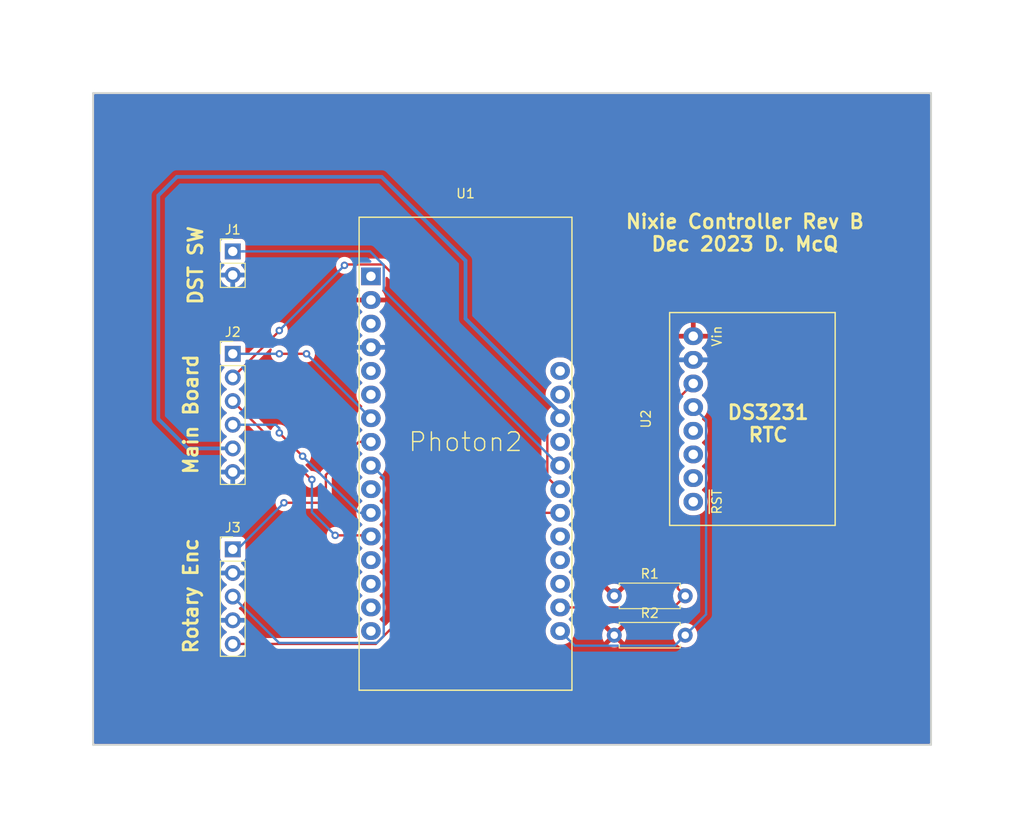
<source format=kicad_pcb>
(kicad_pcb (version 20221018) (generator pcbnew)
  (layers (0 "F.Cu" signal) (31 "B.Cu" signal) (34 "B.Paste" user) (35 "F.Paste" user) (36 "B.SilkS" user "B.Silkscreen") (37 "F.SilkS" user "F.Silkscreen") (38 "B.Mask" user) (39 "F.Mask" user) (44 "Edge.Cuts" user))
  (net 0 "")
  (net 1 "DST")
  (net 2 "GND")
  (net 3 "OptoEn")
  (net 4 "FFStr")
  (net 5 "Data")
  (net 6 "FFClk")
  (net 7 "+5V")
  (net 8 "RP1")
  (net 9 "RP2")
  (net 10 "RPB")
  (net 14 "SCL")
  (net 15 "SDA")
  (net 17 "unconnected-(U1-S3-Pad10)")
  (net 31 "+3V3")
  (footprint "Resistor_THT:R_Axial_DIN0207_L6.3mm_D2.5mm_P7.62mm_Horizontal" (layer "F.Cu") (at 125.975001 129)
    (fp_text reference "R1" (at 3.81 -2.37) (layer "F.SilkS"))
    (fp_text value "4K7")
    (fp_line (start 0.54 -1.37) (end 7.08 -1.37) (stroke (width 0.12)) (layer "F.SilkS"))
    (fp_line (start 0.54 -1.04) (end 0.54 -1.37) (stroke (width 0.12)) (layer "F.SilkS"))
    (fp_line (start 0.54 1.04) (end 0.54 1.37) (stroke (width 0.12)) (layer "F.SilkS"))
    (fp_line (start 0.54 1.37) (end 7.08 1.37) (stroke (width 0.12)) (layer "F.SilkS"))
    (fp_line (start 7.08 -1.37) (end 7.08 -1.04) (stroke (width 0.12)) (layer "F.SilkS"))
    (fp_line (start 7.08 1.37) (end 7.08 1.04) (stroke (width 0.12)) (layer "F.SilkS"))
    (pad "1" thru_hole circle (at 0 0) (size 1.6 1.6) (drill 0.8) (layers "*.Cu" "*.Mask") (net 31 "+3V3"))
    (pad "2" thru_hole oval (at 7.62 0) (size 1.6 1.6) (drill 0.8) (layers "*.Cu" "*.Mask") (net 14 "SCL"))
  )
  (footprint "Resistor_THT:R_Axial_DIN0207_L6.3mm_D2.5mm_P7.62mm_Horizontal" (layer "F.Cu") (at 125.975001 133.225001)
    (fp_text reference "R2" (at 3.81 -2.37) (layer "F.SilkS"))
    (fp_text value "4K7")
    (fp_line (start 0.54 -1.37) (end 7.08 -1.37) (stroke (width 0.12)) (layer "F.SilkS"))
    (fp_line (start 0.54 -1.04) (end 0.54 -1.37) (stroke (width 0.12)) (layer "F.SilkS"))
    (fp_line (start 0.54 1.04) (end 0.54 1.37) (stroke (width 0.12)) (layer "F.SilkS"))
    (fp_line (start 0.54 1.37) (end 7.08 1.37) (stroke (width 0.12)) (layer "F.SilkS"))
    (fp_line (start 7.08 -1.37) (end 7.08 -1.04) (stroke (width 0.12)) (layer "F.SilkS"))
    (fp_line (start 7.08 1.37) (end 7.08 1.04) (stroke (width 0.12)) (layer "F.SilkS"))
    (pad "1" thru_hole circle (at 0 0) (size 1.6 1.6) (drill 0.8) (layers "*.Cu" "*.Mask") (net 31 "+3V3"))
    (pad "2" thru_hole oval (at 7.62 0) (size 1.6 1.6) (drill 0.8) (layers "*.Cu" "*.Mask") (net 15 "SDA"))
  )
  (footprint "Connector_PinHeader_2.54mm:PinHeader_1x06_P2.54mm_Vertical" (layer "F.Cu") (at 85 103)
    (fp_text reference "J2" (at 0 -2.33) (layer "F.SilkS"))
    (fp_text value "Main Board")
    (fp_line (start -1.33 -1.33) (end 0 -1.33) (stroke (width 0.12)) (layer "F.SilkS"))
    (fp_line (start -1.33 0) (end -1.33 -1.33) (stroke (width 0.12)) (layer "F.SilkS"))
    (fp_line (start -1.33 1.27) (end -1.33 14.03) (stroke (width 0.12)) (layer "F.SilkS"))
    (fp_line (start -1.33 1.27) (end 1.33 1.27) (stroke (width 0.12)) (layer "F.SilkS"))
    (fp_line (start -1.33 14.03) (end 1.33 14.03) (stroke (width 0.12)) (layer "F.SilkS"))
    (fp_line (start 1.33 1.27) (end 1.33 14.03) (stroke (width 0.12)) (layer "F.SilkS"))
    (pad "1" thru_hole rect (at 0 0) (size 1.7 1.7) (drill 1) (layers "*.Cu" "*.Mask") (net 3 "OptoEn"))
    (pad "2" thru_hole oval (at 0 2.54) (size 1.7 1.7) (drill 1) (layers "*.Cu" "*.Mask") (net 4 "FFStr"))
    (pad "3" thru_hole oval (at 0 5.08) (size 1.7 1.7) (drill 1) (layers "*.Cu" "*.Mask") (net 5 "Data"))
    (pad "4" thru_hole oval (at 0 7.62) (size 1.7 1.7) (drill 1) (layers "*.Cu" "*.Mask") (net 6 "FFClk"))
    (pad "5" thru_hole oval (at 0 10.16) (size 1.7 1.7) (drill 1) (layers "*.Cu" "*.Mask") (net 7 "+5V"))
    (pad "6" thru_hole oval (at 0 12.7) (size 1.7 1.7) (drill 1) (layers "*.Cu" "*.Mask") (net 2 "GND"))
  )
  (footprint "Connector_PinHeader_2.54mm:PinHeader_1x05_P2.54mm_Vertical" (layer "F.Cu") (at 85 124)
    (fp_text reference "J3" (at 0 -2.33) (layer "F.SilkS"))
    (fp_text value "Rotary Encoder")
    (fp_line (start -1.33 -1.33) (end 0 -1.33) (stroke (width 0.12)) (layer "F.SilkS"))
    (fp_line (start -1.33 0) (end -1.33 -1.33) (stroke (width 0.12)) (layer "F.SilkS"))
    (fp_line (start -1.33 1.27) (end -1.33 11.49) (stroke (width 0.12)) (layer "F.SilkS"))
    (fp_line (start -1.33 1.27) (end 1.33 1.27) (stroke (width 0.12)) (layer "F.SilkS"))
    (fp_line (start -1.33 11.49) (end 1.33 11.49) (stroke (width 0.12)) (layer "F.SilkS"))
    (fp_line (start 1.33 1.27) (end 1.33 11.49) (stroke (width 0.12)) (layer "F.SilkS"))
    (pad "1" thru_hole rect (at 0 0) (size 1.7 1.7) (drill 1) (layers "*.Cu" "*.Mask") (net 8 "RP1"))
    (pad "2" thru_hole oval (at 0 2.54) (size 1.7 1.7) (drill 1) (layers "*.Cu" "*.Mask") (net 2 "GND"))
    (pad "3" thru_hole oval (at 0 5.08) (size 1.7 1.7) (drill 1) (layers "*.Cu" "*.Mask") (net 9 "RP2"))
    (pad "4" thru_hole oval (at 0 7.62) (size 1.7 1.7) (drill 1) (layers "*.Cu" "*.Mask") (net 2 "GND"))
    (pad "5" thru_hole oval (at 0 10.16) (size 1.7 1.7) (drill 1) (layers "*.Cu" "*.Mask") (net 10 "RPB"))
  )
  (footprint "MedidoFootprints:Particle_Photon2" (layer "F.Cu") (at 110 115)
    (fp_text reference "U1" (at 0 -29.21) (layer "F.SilkS"))
    (fp_text value "Particle_Photon2")
    (fp_text user "Photon2" (at 0 -2.54) (layer "F.SilkS") (effects (font (size 2 2))))
    (fp_line (start -11.43 -26.67) (end 11.43 -26.67) (stroke (width 0.15)) (layer "F.SilkS"))
    (fp_line (start -11.43 24.13) (end -11.43 -26.67) (stroke (width 0.15)) (layer "F.SilkS"))
    (fp_line (start 11.43 -26.67) (end 11.43 24.13) (stroke (width 0.15)) (layer "F.SilkS"))
    (fp_line (start 11.43 24.13) (end -11.43 24.13) (stroke (width 0.15)) (layer "F.SilkS"))
    (pad "1" thru_hole rect (at -10.16 -20.32) (size 2.1 1.9) (drill 1.02) (layers "*.Cu" "*.Mask"))
    (pad "2" thru_hole oval (at -10.16 -17.78) (size 2.1 1.9) (drill 1.02) (layers "*.Cu" "*.Mask") (net 31 "+3V3"))
    (pad "3" thru_hole oval (at -10.16 -15.24) (size 2.1 1.9) (drill 1.02) (layers "*.Cu" "*.Mask"))
    (pad "4" thru_hole oval (at -10.16 -12.7) (size 2.1 1.9) (drill 1.02) (layers "*.Cu" "*.Mask") (net 2 "GND"))
    (pad "5" thru_hole oval (at -10.16 -10.16) (size 2.1 1.9) (drill 1.02) (layers "*.Cu" "*.Mask"))
    (pad "6" thru_hole oval (at -10.16 -7.62) (size 2.1 1.9) (drill 1.02) (layers "*.Cu" "*.Mask"))
    (pad "7" thru_hole oval (at -10.16 -5.08) (size 2.1 1.9) (drill 1.02) (layers "*.Cu" "*.Mask") (net 3 "OptoEn"))
    (pad "8" thru_hole oval (at -10.16 -2.54) (size 2.1 1.9) (drill 1.02) (layers "*.Cu" "*.Mask") (net 8 "RP1"))
    (pad "9" thru_hole oval (at -10.16 0) (size 2.1 1.9) (drill 1.02) (layers "*.Cu" "*.Mask") (net 9 "RP2"))
    (pad "10" thru_hole oval (at -10.16 2.54) (size 2.1 1.9) (drill 1.02) (layers "*.Cu" "*.Mask") (net 17 "unconnected-(U1-S3-Pad10)"))
    (pad "11" thru_hole oval (at -10.16 5.08) (size 2.1 1.9) (drill 1.02) (layers "*.Cu" "*.Mask") (net 6 "FFClk"))
    (pad "12" thru_hole oval (at -10.16 7.62) (size 2.1 1.9) (drill 1.02) (layers "*.Cu" "*.Mask") (net 5 "Data"))
    (pad "13" thru_hole oval (at -10.16 10.16) (size 2.1 1.9) (drill 1.02) (layers "*.Cu" "*.Mask"))
    (pad "14" thru_hole oval (at -10.16 12.7) (size 2.1 1.9) (drill 1.02) (layers "*.Cu" "*.Mask"))
    (pad "15" thru_hole oval (at -10.16 15.24) (size 2.1 1.9) (drill 1.02) (layers "*.Cu" "*.Mask"))
    (pad "16" thru_hole oval (at -10.16 17.78) (size 2.1 1.9) (drill 1.02) (layers "*.Cu" "*.Mask"))
    (pad "17" thru_hole oval (at 10.16 17.78) (size 2.1 1.9) (drill 1.02) (layers "*.Cu" "*.Mask") (net 15 "SDA"))
    (pad "18" thru_hole oval (at 10.16 15.24) (size 2.1 1.9) (drill 1.02) (layers "*.Cu" "*.Mask") (net 14 "SCL"))
    (pad "19" thru_hole oval (at 10.16 12.7) (size 2.1 1.9) (drill 1.02) (layers "*.Cu" "*.Mask"))
    (pad "20" thru_hole oval (at 10.16 10.16) (size 2.1 1.9) (drill 1.02) (layers "*.Cu" "*.Mask"))
    (pad "21" thru_hole oval (at 10.16 7.62) (size 2.1 1.9) (drill 1.02) (layers "*.Cu" "*.Mask"))
    (pad "22" thru_hole oval (at 10.16 5.08) (size 2.1 1.9) (drill 1.02) (layers "*.Cu" "*.Mask") (net 10 "RPB"))
    (pad "23" thru_hole oval (at 10.16 2.54) (size 2.1 1.9) (drill 1.02) (layers "*.Cu" "*.Mask") (net 4 "FFStr"))
    (pad "24" thru_hole oval (at 10.16 0) (size 2.1 1.9) (drill 1.02) (layers "*.Cu" "*.Mask") (net 1 "DST"))
    (pad "25" thru_hole oval (at 10.16 -2.54) (size 2.1 1.9) (drill 1.02) (layers "*.Cu" "*.Mask"))
    (pad "26" thru_hole oval (at 10.16 -5.08) (size 2.1 1.9) (drill 1.02) (layers "*.Cu" "*.Mask") (net 7 "+5V"))
    (pad "27" thru_hole oval (at 10.16 -7.62) (size 2.1 1.9) (drill 1.02) (layers "*.Cu" "*.Mask"))
    (pad "28" thru_hole oval (at 10.16 -10.16) (size 2.1 1.9) (drill 1.02) (layers "*.Cu" "*.Mask"))
  )
  (footprint "MedidoFootprints:DS3231RTC" (layer "F.Cu") (at 137 110 -90)
    (fp_text reference "U2" (at 0 7.62 270) (layer "F.SilkS"))
    (fp_text value "DS3231RTC")
    (fp_text user "Vin" (at -8.89 0 270) (layer "F.SilkS"))
    (fp_text user "~{RST}" (at 8.89 0 270) (layer "F.SilkS"))
    (fp_line (start -11.43 -12.7) (end -11.43 5.08) (stroke (width 0.15)) (layer "F.SilkS"))
    (fp_line (start -11.43 5.08) (end 11.43 5.08) (stroke (width 0.15)) (layer "F.SilkS"))
    (fp_line (start 11.43 -12.7) (end -11.43 -12.7) (stroke (width 0.15)) (layer "F.SilkS"))
    (fp_line (start 11.43 5.08) (end 11.43 -12.7) (stroke (width 0.15)) (layer "F.SilkS"))
    (pad "1" thru_hole oval (at -8.89 2.54) (size 2.1 1.9) (drill 1.02) (layers "*.Cu" "*.Mask") (net 31 "+3V3"))
    (pad "2" thru_hole oval (at -6.35 2.54) (size 2.1 1.9) (drill 1.02) (layers "*.Cu" "*.Mask") (net 2 "GND"))
    (pad "3" thru_hole oval (at -3.81 2.54) (size 2.1 1.9) (drill 1.02) (layers "*.Cu" "*.Mask") (net 14 "SCL"))
    (pad "4" thru_hole oval (at -1.27 2.54) (size 2.1 1.9) (drill 1.02) (layers "*.Cu" "*.Mask") (net 15 "SDA"))
    (pad "5" thru_hole oval (at 1.27 2.54) (size 2.1 1.9) (drill 1.02) (layers "*.Cu" "*.Mask"))
    (pad "6" thru_hole oval (at 3.81 2.54) (size 2.1 1.9) (drill 1.02) (layers "*.Cu" "*.Mask"))
    (pad "7" thru_hole oval (at 6.35 2.54) (size 2.1 1.9) (drill 1.02) (layers "*.Cu" "*.Mask"))
    (pad "8" thru_hole oval (at 8.89 2.54) (size 2.1 1.9) (drill 1.02) (layers "*.Cu" "*.Mask"))
  )
  (footprint "Connector_PinHeader_2.54mm:PinHeader_1x02_P2.54mm_Vertical" (layer "F.Cu") (at 85 92)
    (fp_text reference "J1" (at 0 -2.33) (layer "F.SilkS"))
    (fp_text value "DST Switch")
    (fp_line (start -1.33 -1.33) (end 0 -1.33) (stroke (width 0.12)) (layer "F.SilkS"))
    (fp_line (start -1.33 0) (end -1.33 -1.33) (stroke (width 0.12)) (layer "F.SilkS"))
    (fp_line (start -1.33 1.27) (end -1.33 3.87) (stroke (width 0.12)) (layer "F.SilkS"))
    (fp_line (start -1.33 1.27) (end 1.33 1.27) (stroke (width 0.12)) (layer "F.SilkS"))
    (fp_line (start -1.33 3.87) (end 1.33 3.87) (stroke (width 0.12)) (layer "F.SilkS"))
    (fp_line (start 1.33 1.27) (end 1.33 3.87) (stroke (width 0.12)) (layer "F.SilkS"))
    (pad "1" thru_hole rect (at 0 0) (size 1.7 1.7) (drill 1) (layers "*.Cu" "*.Mask") (net 1 "DST"))
    (pad "2" thru_hole oval (at 0 2.54) (size 1.7 1.7) (drill 1) (layers "*.Cu" "*.Mask") (net 2 "GND"))
  )
  (gr_line (start 70 145) (end 160 145) (stroke (width 0.2)) (layer "Edge.Cuts"))
  (gr_line (start 160 145) (end 160 75) (stroke (width 0.2)) (layer "Edge.Cuts"))
  (gr_line (start 70 75) (end 70 145) (stroke (width 0.2)) (layer "Edge.Cuts"))
  (gr_line (start 160 75) (end 70 75) (stroke (width 0.2)) (layer "Edge.Cuts"))
  (gr_text "DST SW" (at 81 93.5 90) (layer "F.SilkS") (effects (font (size 1.5 1.5) (thickness 0.3))))
  (gr_text "Main Board" (at 80.5 109.5 90) (layer "F.SilkS") (effects (font (size 1.5 1.5) (thickness 0.3))))
  (gr_text "DS3231\nRTC" (at 142.5 110.5) (layer "F.SilkS") (effects (font (size 1.5 1.5) (thickness 0.3))))
  (gr_text "Rotary Enc" (at 80.5 129 90) (layer "F.SilkS") (effects (font (size 1.5 1.5) (thickness 0.3))))
  (gr_text "Nixie Controller Rev B\nDec 2023 D. McQ" (at 140 90) (layer "F.SilkS") (effects (font (size 1.5 1.5) (thickness 0.3))))
  (segment (start 86.1 92) (end 85 92) (width 0.25) (layer "B.Cu") (net 1))
  (segment (start 120.16 115) (end 120.06 115) (width 0.25) (layer "B.Cu") (net 1))
  (segment (start 99.745002 92) (end 86.1 92) (width 0.25) (layer "B.Cu") (net 1))
  (segment (start 101.215001 96.155001) (end 101.215001 93.469999) (width 0.25) (layer "B.Cu") (net 1))
  (segment (start 120.06 115) (end 101.215001 96.155001) (width 0.25) (layer "B.Cu") (net 1))
  (segment (start 101.215001 93.469999) (end 99.745002 92) (width 0.25) (layer "B.Cu") (net 1))
  (segment (start 92.92 103) (end 92.92 103) (width 0.25) (layer "F.Cu") (net 3))
  (segment (start 90 103) (end 92.92 103) (width 0.25) (layer "F.Cu") (net 3))
  (segment (start 99.74 109.92) (end 99.84 109.92) (width 0.25) (layer "F.Cu") (net 3))
  (via (at 92.92 103) (size 0.8) (drill 0.4) (layers "F.Cu" "B.Cu") (net 3))
  (via (at 90 103) (size 0.8) (drill 0.4) (layers "F.Cu" "B.Cu") (net 3))
  (segment (start 99.74 109.92) (end 99.84 109.92) (width 0.25) (layer "B.Cu") (net 3))
  (segment (start 85 103) (end 90 103) (width 0.25) (layer "B.Cu") (net 3))
  (segment (start 92.92 103) (end 99.84 109.92) (width 0.25) (layer "B.Cu") (net 3))
  (segment (start 90 100.54) (end 90 100.5) (width 0.25) (layer "F.Cu") (net 4))
  (segment (start 118.78499 111.039988) (end 118.78499 116.26499) (width 0.25) (layer "F.Cu") (net 4))
  (segment (start 101.150001 93.404999) (end 118.78499 111.039988) (width 0.25) (layer "F.Cu") (net 4))
  (segment (start 97.135001 93.404999) (end 101.150001 93.404999) (width 0.25) (layer "F.Cu") (net 4))
  (segment (start 120.06 117.54) (end 120.16 117.54) (width 0.25) (layer "F.Cu") (net 4))
  (segment (start 118.78499 116.26499) (end 120.06 117.54) (width 0.25) (layer "F.Cu") (net 4))
  (segment (start 85 105.54) (end 90 100.54) (width 0.25) (layer "F.Cu") (net 4))
  (via (at 97 93.5) (size 0.8) (drill 0.4) (layers "F.Cu" "B.Cu") (net 4))
  (via (at 90 100.5) (size 0.8) (drill 0.4) (layers "F.Cu" "B.Cu") (net 4))
  (segment (start 90 100.5) (end 97 93.5) (width 0.25) (layer "B.Cu") (net 4))
  (segment (start 99.54 122.62) (end 99.84 122.62) (width 0.25) (layer "F.Cu") (net 5))
  (segment (start 99.72 122.5) (end 99.84 122.62) (width 0.25) (layer "F.Cu") (net 5))
  (segment (start 93.42 116.5) (end 93.5 116.5) (width 0.25) (layer "F.Cu") (net 5))
  (segment (start 85 108.08) (end 93.42 116.5) (width 0.25) (layer "F.Cu") (net 5))
  (segment (start 96 122.5) (end 99.72 122.5) (width 0.25) (layer "F.Cu") (net 5))
  (via (at 96 122.5) (size 0.8) (drill 0.4) (layers "F.Cu" "B.Cu") (net 5))
  (via (at 93.5 116.5) (size 0.8) (drill 0.4) (layers "F.Cu" "B.Cu") (net 5))
  (segment (start 93.5 120) (end 96 122.5) (width 0.25) (layer "B.Cu") (net 5))
  (segment (start 93.5 116.5) (end 93.5 120) (width 0.25) (layer "B.Cu") (net 5))
  (segment (start 90 111.5) (end 92.5 114) (width 0.25) (layer "F.Cu") (net 6))
  (via (at 92.5 114) (size 0.8) (drill 0.4) (layers "F.Cu" "B.Cu") (net 6))
  (via (at 90 111.5) (size 0.8) (drill 0.4) (layers "F.Cu" "B.Cu") (net 6))
  (segment (start 89.62 110.62) (end 90 111) (width 0.25) (layer "B.Cu") (net 6))
  (segment (start 99.74 120.08) (end 99.84 120.08) (width 0.25) (layer "B.Cu") (net 6))
  (segment (start 92.5 114) (end 98.58 120.08) (width 0.25) (layer "B.Cu") (net 6))
  (segment (start 85 110.62) (end 89.62 110.62) (width 0.25) (layer "B.Cu") (net 6))
  (segment (start 98.58 120.08) (end 99.84 120.08) (width 0.25) (layer "B.Cu") (net 6))
  (segment (start 90 111) (end 90 111.5) (width 0.25) (layer "B.Cu") (net 6))
  (segment (start 77 110) (end 77 86) (width 0.4) (layer "B.Cu") (net 7))
  (segment (start 80.16 113.16) (end 77 110) (width 0.4) (layer "B.Cu") (net 7))
  (segment (start 110 93) (end 110 99.229202) (width 0.4) (layer "B.Cu") (net 7))
  (segment (start 110 99.229202) (end 120.16 109.389202) (width 0.4) (layer "B.Cu") (net 7))
  (segment (start 77 86) (end 79 84) (width 0.4) (layer "B.Cu") (net 7))
  (segment (start 85 113.16) (end 80.16 113.16) (width 0.4) (layer "B.Cu") (net 7))
  (segment (start 79 84) (end 101 84) (width 0.4) (layer "B.Cu") (net 7))
  (segment (start 120.16 109.389202) (end 120.16 109.92) (width 0.4) (layer "B.Cu") (net 7))
  (segment (start 101 84) (end 110 93) (width 0.4) (layer "B.Cu") (net 7))
  (segment (start 98.54 112.46) (end 95 116) (width 0.25) (layer "F.Cu") (net 8))
  (segment (start 95 119) (end 90.5 119) (width 0.25) (layer "F.Cu") (net 8))
  (segment (start 99.84 112.46) (end 98.54 112.46) (width 0.25) (layer "F.Cu") (net 8))
  (segment (start 99.84 112.46) (end 99.74 112.46) (width 0.25) (layer "F.Cu") (net 8))
  (segment (start 95 116.073002) (end 95 119) (width 0.25) (layer "F.Cu") (net 8))
  (segment (start 95 116) (end 95 116.073002) (width 0.25) (layer "F.Cu") (net 8))
  (via (at 90.5 119) (size 0.8) (drill 0.4) (layers "F.Cu" "B.Cu") (net 8))
  (segment (start 85.5 124) (end 85 124) (width 0.25) (layer "B.Cu") (net 8))
  (segment (start 99.74 112.46) (end 99.84 112.46) (width 0.25) (layer "B.Cu") (net 8))
  (segment (start 90.5 119) (end 85.5 124) (width 0.25) (layer "B.Cu") (net 8))
  (segment (start 99.94 115) (end 99.84 115) (width 0.25) (layer "B.Cu") (net 9))
  (segment (start 100.468126 134.05501) (end 101.21501 133.308126) (width 0.25) (layer "B.Cu") (net 9))
  (segment (start 89.97501 134.05501) (end 100.468126 134.05501) (width 0.25) (layer "B.Cu") (net 9))
  (segment (start 101.21501 133.308126) (end 101.21501 116.27501) (width 0.25) (layer "B.Cu") (net 9))
  (segment (start 85 129.08) (end 89.97501 134.05501) (width 0.25) (layer "B.Cu") (net 9))
  (segment (start 101.21501 116.27501) (end 99.94 115) (width 0.25) (layer "B.Cu") (net 9))
  (segment (start 114.443136 120.08) (end 120.16 120.08) (width 0.25) (layer "F.Cu") (net 10))
  (segment (start 100.363136 134.16) (end 114.443136 120.08) (width 0.25) (layer "F.Cu") (net 10))
  (segment (start 85 134.16) (end 100.363136 134.16) (width 0.25) (layer "F.Cu") (net 10))
  (segment (start 133.595001 129) (end 132.795002 128.200001) (width 0.25) (layer "F.Cu") (net 14))
  (segment (start 132.355001 130.24) (end 133.595001 129) (width 0.25) (layer "F.Cu") (net 14))
  (segment (start 120.16 130.24) (end 132.355001 130.24) (width 0.25) (layer "F.Cu") (net 14))
  (segment (start 132.795002 128.200001) (end 132.795002 107.854998) (width 0.25) (layer "F.Cu") (net 14))
  (segment (start 132.795002 107.854998) (end 134.46 106.19) (width 0.25) (layer "F.Cu") (net 14))
  (segment (start 133.698001 106.951999) (end 134.46 106.19) (width 0.25) (layer "B.Cu") (net 14))
  (segment (start 120.16 130.24) (end 120.26 130.24) (width 0.25) (layer "B.Cu") (net 14))
  (segment (start 120.16 132.78) (end 120.26 132.78) (width 0.25) (layer "F.Cu") (net 15))
  (segment (start 132.47 134.350002) (end 133.595001 133.225001) (width 0.25) (layer "B.Cu") (net 15))
  (segment (start 135.83501 110.10501) (end 134.46 108.73) (width 0.25) (layer "B.Cu") (net 15))
  (segment (start 120.16 132.78) (end 121.730002 134.350002) (width 0.25) (layer "B.Cu") (net 15))
  (segment (start 135.83501 130.984992) (end 135.83501 110.10501) (width 0.25) (layer "B.Cu") (net 15))
  (segment (start 121.730002 134.350002) (end 132.47 134.350002) (width 0.25) (layer "B.Cu") (net 15))
  (segment (start 133.595001 133.225001) (end 135.83501 130.984992) (width 0.25) (layer "B.Cu") (net 15))
  (segment (start 120.16 132.78) (end 120.26 132.78) (width 0.25) (layer "B.Cu") (net 15))
  (segment (start 99.94 117.54) (end 99.84 117.54) (width 0.25) (layer "F.Cu") (net 17))
  (zone (net 31) (net_name "+3V3") (layer "F.Cu") (connect_pads (clearance 0.508)) (min_thickness 0.254) (fill yes (thermal_gap 0.508) (thermal_bridge_width 0.508))
    (polygon (pts (xy 60 65) (xy 60 155) (xy 170 155) (xy 170 65)))
  )
  (zone (net 2) (net_name "GND") (layer "B.Cu") (connect_pads (clearance 0.508)) (min_thickness 0.254) (fill yes (thermal_gap 0.508) (thermal_bridge_width 0.508))
    (polygon (pts (xy 65 70) (xy 165 70) (xy 165 150) (xy 65 150)))
  )
)
</source>
